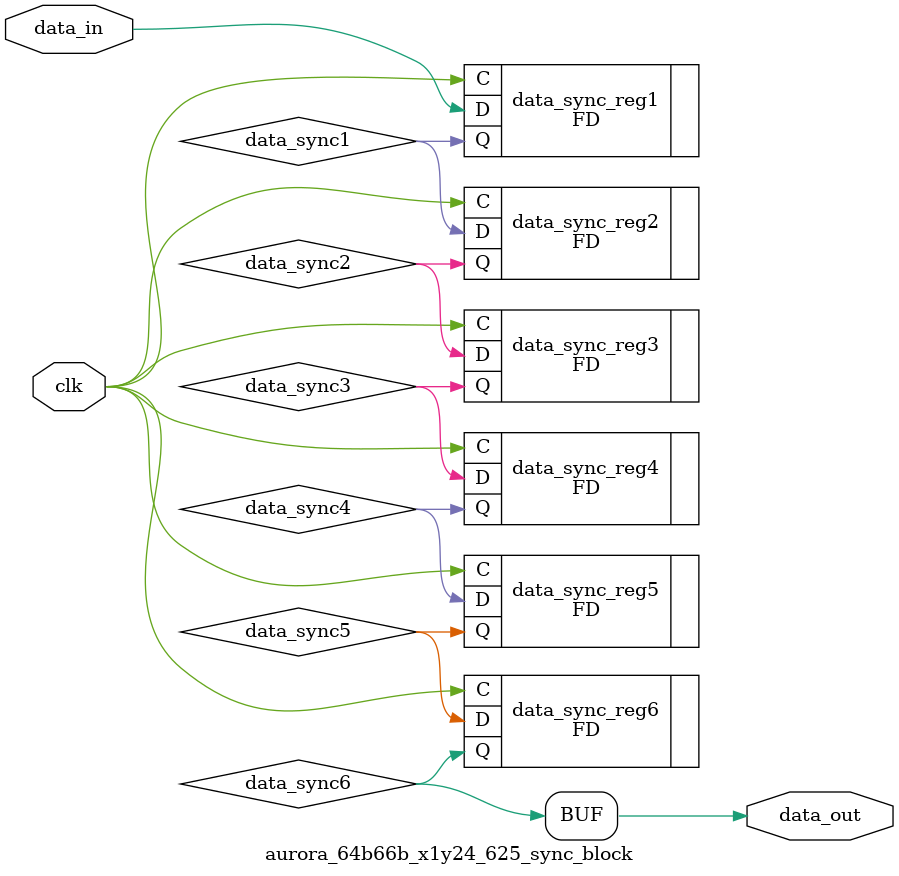
<source format=v>




`timescale 1ps / 1ps

//(* dont_touch = "yes" *)
module aurora_64b66b_x1y24_625_sync_block #(
  parameter INITIALISE = 6'b000000
)
(
  input        clk,              // clock to be sync'ed to
  input        data_in,          // Data to be 'synced'
  output       data_out          // synced data
);

  // Internal Signals
  wire data_sync1;
  wire data_sync2;
  wire data_sync3;
  wire data_sync4;
  wire data_sync5;
  wire data_sync6;


  (* shreg_extract = "no", ASYNC_REG = "TRUE" *)
  FD #(
    .INIT (INITIALISE[0])
  ) data_sync_reg1 (
    .C  (clk),
    .D  (data_in),
    .Q  (data_sync1)
  );


  (* shreg_extract = "no", ASYNC_REG = "TRUE" *)
  FD #(
   .INIT (INITIALISE[1])
  ) data_sync_reg2 (
  .C  (clk),
  .D  (data_sync1),
  .Q  (data_sync2)
  );


  (* shreg_extract = "no", ASYNC_REG = "TRUE" *)
  FD #(
   .INIT (INITIALISE[2])
  ) data_sync_reg3 (
  .C  (clk),
  .D  (data_sync2),
  .Q  (data_sync3)
  );

  (* shreg_extract = "no", ASYNC_REG = "TRUE" *)
  FD #(
   .INIT (INITIALISE[3])
  ) data_sync_reg4 (
  .C  (clk),
  .D  (data_sync3),
  .Q  (data_sync4)
  );

  (* shreg_extract = "no", ASYNC_REG = "TRUE" *)
  FD #(
   .INIT (INITIALISE[4])
  ) data_sync_reg5 (
  .C  (clk),
  .D  (data_sync4),
  .Q  (data_sync5)
  );

  (* shreg_extract = "no", ASYNC_REG = "TRUE" *)
  FD #(
   .INIT (INITIALISE[5])
  ) data_sync_reg6 (
  .C  (clk),
  .D  (data_sync5),
  .Q  (data_sync6)
  );
  assign data_out = data_sync6;



endmodule

</source>
